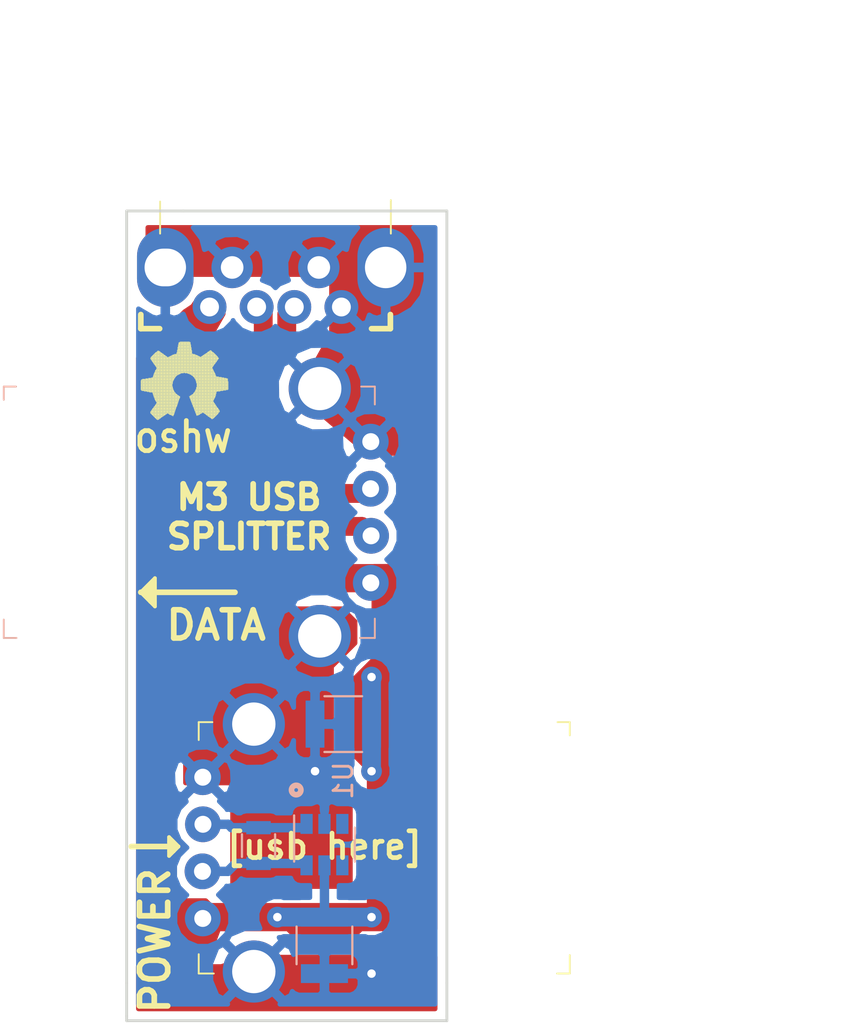
<source format=kicad_pcb>
(kicad_pcb (version 20171130) (host pcbnew "(5.0.0)")
  (title_block (title "M3 USB Splitter") (date 2018-10-08) (rev 1) (company "Open Hardware") (comment 1 "Splits Model 3 USB port into DATA/POWER") (comment 2 "for use with dashcam feature while preserving the charging port capability"))
  (layers (0 F.Cu signal hide) (31 B.Cu signal) (34 B.Paste user) (35 F.Paste user) (36 B.SilkS user) (37 F.SilkS user) (38 B.Mask user) (39 F.Mask user) (44 Edge.Cuts user))
  (net 0 "")
  (net 1 GND)
  (net 2 VBUS)
  (net 3 "Net-(J1-Pad3)")
  (net 4 "Net-(J1-Pad2)")
  (net 5 "Net-(J3-Pad3)")
  (net 6 "Net-(J3-Pad2)")
  (net 7 "Net-(U1-Pad4)")
  (net 8 "Net-(U1-Pad3)")
  (module OPENHARDWARE:OSHWLOGO0.3IN_noText (layer F.Cu) (at 102 105.5)
    (fp_text reference G*** hide)
    (fp_text value LOGO hide)
  )
  (module digikey-footprints:USB_A_Female_UE27AC54100 (layer F.Cu) (at 109.5 133.32 90)
    (fp_text reference J3 hide)
    (fp_text value UE27AC54100)
    (pad 4 thru_hole circle (at 3.75 -2.71 90) (size 1.9 1.9) (drill 0.9) (layers *.Cu *.Mask) (net 1 GND))
    (pad 3 thru_hole circle (at 1.25 -2.7 90) (size 1.9 1.9) (drill 0.9) (layers *.Cu *.Mask) (net 5 "Net-(J3-Pad3)"))
    (pad 2 thru_hole circle (at -1.25 -2.725 90) (size 1.9 1.9) (drill 0.9) (layers *.Cu *.Mask) (net 6 "Net-(J3-Pad2)"))
    (pad 1 thru_hole circle (at -3.75 -2.71 90) (size 1.9 1.9) (drill 0.9) (layers *.Cu *.Mask) (net 2 VBUS))
    (pad 5 thru_hole circle (at 6.57 0 90) (size 3.3 3.3) (drill 2.3) (layers *.Cu *.Mask) (net 1 GND))
    (pad 5 thru_hole circle (at -6.57 0 90) (size 3.3 3.3) (drill 2.3) (layers *.Cu *.Mask) (net 1 GND))
  )
  (module digikey-footprints:USB_Male_A_UP2-AH-1-TH (layer F.Cu) (at 110.65 102.5 180)
    (fp_text reference J1 hide)
    (fp_text value UP2-AH-1-TH)
    (pad 5 thru_hole oval (at -5.85 0 180) (size 3 4.2) (drill 2.2) (layers *.Cu *.Mask) (net 1 GND))
    (pad 5 thru_hole oval (at 5.85 0 180) (size 3 4.2) (drill oval 2.2 2) (layers *.Cu *.Mask) (net 1 GND))
    (pad 5 thru_hole circle (at -2.3 0 180) (size 2.2 2.2) (drill 1.2) (layers *.Cu *.Mask) (net 1 GND))
    (pad 5 thru_hole circle (at 2.3 0 180) (size 2.2 2.2) (drill 1.2) (layers *.Cu *.Mask) (net 1 GND))
    (pad 4 thru_hole circle (at -3.5 -2.1 180) (size 1.8 1.8) (drill 1) (layers *.Cu *.Mask) (net 1 GND))
    (pad 3 thru_hole circle (at -1 -2.1 180) (size 1.8 1.8) (drill 1) (layers *.Cu *.Mask) (net 3 "Net-(J1-Pad3)"))
    (pad 2 thru_hole circle (at 1 -2.1 180) (size 1.8 1.8) (drill 1) (layers *.Cu *.Mask) (net 4 "Net-(J1-Pad2)"))
    (pad 1 thru_hole circle (at 3.5 -2.1 180) (size 1.8 1.8) (drill 1) (layers *.Cu *.Mask) (net 2 VBUS))
  )
  (module digikey-footprints:USB_A_Female_UE27AC54100 (layer B.Cu) (at 113 115.5 90)
    (fp_text reference J2 hide)
    (fp_text value UE27AC54100)
    (pad 5 thru_hole circle (at -6.57 0 90) (size 3.3 3.3) (drill 2.3) (layers *.Cu *.Mask) (net 1 GND))
    (pad 5 thru_hole circle (at 6.57 0 90) (size 3.3 3.3) (drill 2.3) (layers *.Cu *.Mask) (net 1 GND))
    (pad 1 thru_hole circle (at -3.75 2.71 90) (size 1.9 1.9) (drill 0.9) (layers *.Cu *.Mask) (net 2 VBUS))
    (pad 2 thru_hole circle (at -1.25 2.725 90) (size 1.9 1.9) (drill 0.9) (layers *.Cu *.Mask) (net 4 "Net-(J1-Pad2)"))
    (pad 3 thru_hole circle (at 1.25 2.7 90) (size 1.9 1.9) (drill 0.9) (layers *.Cu *.Mask) (net 3 "Net-(J1-Pad3)"))
    (pad 4 thru_hole circle (at 3.75 2.71 90) (size 1.9 1.9) (drill 0.9) (layers *.Cu *.Mask) (net 1 GND))
  )
  (module Resistors_SMD:R_0805 (layer B.Cu) (at 109.75 133.2 270)
    (fp_text reference R1 hide)
    (fp_text value 0R)
    (pad 2 smd rect (at 0.95 0 270) (size 0.7 1.3) (layers B.Cu B.Paste B.Mask) (net 6 "Net-(J3-Pad2)"))
    (pad 1 smd rect (at -0.95 0 270) (size 0.7 1.3) (layers B.Cu B.Paste B.Mask) (net 5 "Net-(J3-Pad3)"))
  )
  (module TO_SOT_Packages_SMD:SOT-23-6 (layer B.Cu) (at 113.25 133.15 270)
    (fp_text reference U1 (at -3.4 -1 270) (layer B.SilkS) (effects (justify mirror)))
    (fp_text value TPS2514A)
    (pad 5 smd rect (at 1.1 0 270) (size 1.06 0.65) (layers B.Cu B.Paste B.Mask) (net 2 VBUS))
    (pad 6 smd rect (at 1.1 0.95 270) (size 1.06 0.65) (layers B.Cu B.Paste B.Mask) (net 6 "Net-(J3-Pad2)"))
    (pad 4 smd rect (at 1.1 -0.95 270) (size 1.06 0.65) (layers B.Cu B.Paste B.Mask) (net 7 "Net-(U1-Pad4)"))
    (pad 3 smd rect (at -1.1 -0.95 270) (size 1.06 0.65) (layers B.Cu B.Paste B.Mask) (net 8 "Net-(U1-Pad3)"))
    (pad 2 smd rect (at -1.1 0 270) (size 1.06 0.65) (layers B.Cu B.Paste B.Mask) (net 1 GND))
    (pad 1 smd rect (at -1.1 0.95 270) (size 1.06 0.65) (layers B.Cu B.Paste B.Mask) (net 5 "Net-(J3-Pad3)"))
  )
  (module Capacitors_SMD:C_1210 (layer B.Cu) (at 114.25 126.75 180)
    (fp_text reference C2 hide)
    (fp_text value 10uF)
    (pad 2 smd rect (at 1.5 0 180) (size 1 2.5) (layers B.Cu B.Paste B.Mask) (net 1 GND))
    (pad 1 smd rect (at -1.5 0 180) (size 1 2.5) (layers B.Cu B.Paste B.Mask) (net 2 VBUS))
  )
  (module Capacitors_SMD:C_1210 (layer B.Cu) (at 113.25 138.5 270)
    (fp_text reference C1 hide)
    (fp_text value 10uF)
    (pad 2 smd rect (at 1.5 0 270) (size 1 2.5) (layers B.Cu B.Paste B.Mask) (net 1 GND))
    (pad 1 smd rect (at -1.5 0 270) (size 1 2.5) (layers B.Cu B.Paste B.Mask) (net 2 VBUS))
  )
  (gr_text "[usb here]" (at 113.25 133.25) (layer F.SilkS) (effects (font (size 1.3 1.3) (thickness 0.25))))
  (gr_line (start 103.5 105.75) (end 103.5 105) (layer F.SilkS) (width 0.3))
  (gr_line (start 104.5 105.75) (end 103.5 105.75) (layer F.SilkS) (width 0.3))
  (gr_line (start 116.75 105.75) (end 116.75 105) (layer F.SilkS) (width 0.3))
  (gr_line (start 115.75 105.75) (end 116.75 105.75) (layer F.SilkS) (width 0.3))
  (gr_line (start 105.25 133.25) (end 103 133.25) (layer F.SilkS) (width 0.3))
  (gr_line (start 105.25 133.5) (end 105 133.5) (layer F.SilkS) (width 0.2))
  (gr_line (start 105 133) (end 105.25 133.5) (layer F.SilkS) (width 0.2))
  (gr_line (start 105.5 133.25) (end 105 133) (layer F.SilkS) (width 0.2))
  (gr_line (start 105 133.75) (end 105.5 133.25) (layer F.SilkS) (width 0.2))
  (gr_line (start 105 132.75) (end 105 133.75) (layer F.SilkS) (width 0.2))
  (gr_line (start 105.5 133.25) (end 105 132.75) (layer F.SilkS) (width 0.2))
  (gr_line (start 105.25 133.25) (end 105.5 133.25) (layer F.SilkS) (width 0.2))
  (gr_circle (center 111.75 130.25) (end 112 130.25) (layer B.SilkS) (width 0.3))
  (gr_line (start 104.25 120.25) (end 104.25 120.5) (layer F.SilkS) (width 0.2))
  (gr_line (start 104 120) (end 104.25 120.25) (layer F.SilkS) (width 0.2))
  (gr_line (start 104 119.75) (end 104 120) (layer F.SilkS) (width 0.2))
  (gr_line (start 104.25 119.5) (end 104 119.75) (layer F.SilkS) (width 0.2))
  (gr_line (start 104 120.25) (end 104.25 119.5) (layer F.SilkS) (width 0.2))
  (gr_line (start 103.75 119.75) (end 104 120.25) (layer F.SilkS) (width 0.2))
  (gr_line (start 104.25 119.25) (end 103.75 119.75) (layer F.SilkS) (width 0.2))
  (gr_line (start 103.5 119.75) (end 104.25 119.25) (layer F.SilkS) (width 0.2))
  (gr_line (start 104.25 120.5) (end 103.5 119.75) (layer F.SilkS) (width 0.2))
  (gr_line (start 104.25 119) (end 104.25 120.5) (layer F.SilkS) (width 0.2))
  (gr_line (start 103.5 119.75) (end 104.25 119) (layer F.SilkS) (width 0.2))
  (gr_line (start 108.5 119.75) (end 103.5 119.75) (layer F.SilkS) (width 0.3))
  (gr_text oshw (at 105.75 111.5) (layer F.SilkS) (effects (font (size 1.6 1.4) (thickness 0.25))))
  (gr_line (start 102.75 142.5) (end 102.75 142.25) (layer Edge.Cuts) (width 0.15))
  (gr_line (start 119.75 142.5) (end 119.75 142.25) (layer Edge.Cuts) (width 0.15))
  (gr_line (start 119.75 99.5) (end 105.75 99.5) (layer Edge.Cuts) (width 0.15))
  (gr_line (start 119.75 142.25) (end 119.75 140.5) (layer Edge.Cuts) (width 0.15))
  (gr_line (start 102.75 142.5) (end 119.75 142.5) (layer Edge.Cuts) (width 0.15))
  (gr_line (start 102.75 140.5) (end 102.75 142.25) (layer Edge.Cuts) (width 0.15))
  (gr_text "M3 USB\nSPLITTER" (at 109.25 115.75) (layer F.SilkS) (effects (font (size 1.3 1.3) (thickness 0.3))))
  (gr_text POWER (at 104.25 138.25 90) (layer F.SilkS) (effects (font (size 1.5 1.5) (thickness 0.3))))
  (gr_text DATA (at 107.5 121.5) (layer F.SilkS) (effects (font (size 1.5 1.5) (thickness 0.3))))
  (gr_line (start 119.75 140.5) (end 119.75 99.5) (angle 90) (layer Edge.Cuts) (width 0.15))
  (gr_line (start 102.75 99.5) (end 102.75 140.5) (angle 90) (layer Edge.Cuts) (width 0.15))
  (gr_line (start 105.75 99.5) (end 102.75 99.5) (angle 90) (layer Edge.Cuts) (width 0.15))
  (via (at 112.75 129.25) (size 1.1) (drill 0.45) (layers F.Cu B.Cu) (net 1))
  (segment (start 112.75 126.75) (end 112.75 129.25) (width 0.5) (layer B.Cu) (net 1))
  (via (at 115.75 140) (size 1.1) (drill 0.45) (layers F.Cu B.Cu) (net 1))
  (segment (start 113.25 140) (end 115.5 140) (width 0.5) (layer B.Cu) (net 1))
  (segment (start 115.5 140) (end 115.75 140) (width 0.5) (layer B.Cu) (net 1))
  (segment (start 115.75 126.75) (end 115.75 124.25) (width 1) (layer B.Cu) (net 2))
  (via (at 115.75 124.25) (size 1.1) (drill 0.45) (layers F.Cu B.Cu) (net 2))
  (segment (start 113.25 134.25) (end 113.25 137) (width 0.5) (layer B.Cu) (net 2))
  (segment (start 115.75 126.75) (end 115.75 129.25) (width 1) (layer B.Cu) (net 2))
  (via (at 115.75 129.25) (size 1.1) (drill 0.45) (layers F.Cu B.Cu) (net 2))
  (segment (start 113.25 137) (end 115.75 137) (width 1) (layer B.Cu) (net 2))
  (via (at 115.75 137) (size 1.1) (drill 0.45) (layers F.Cu B.Cu) (net 2))
  (via (at 110.75 137) (size 1.1) (drill 0.45) (layers F.Cu B.Cu) (net 2))
  (segment (start 113.25 137) (end 110.75 137) (width 1) (layer B.Cu) (net 2))
  (segment (start 115.45 114.5) (end 115.7 114.25) (width 1) (layer F.Cu) (net 3))
  (segment (start 113.5 114.5) (end 115.45 114.5) (width 1) (layer F.Cu) (net 3))
  (segment (start 113 114) (end 113.5 114.5) (width 1) (layer F.Cu) (net 3))
  (segment (start 113 112.25) (end 113 114) (width 1) (layer F.Cu) (net 3))
  (segment (start 112.25 111.5) (end 113 112.25) (width 1) (layer F.Cu) (net 3))
  (segment (start 111.65 104.6) (end 111.25 105) (width 1) (layer F.Cu) (net 3))
  (segment (start 111.25 106.75) (end 110.25 107.75) (width 1) (layer F.Cu) (net 3))
  (segment (start 111.25 105) (end 111.25 106.75) (width 1) (layer F.Cu) (net 3))
  (segment (start 110.25 107.75) (end 110.25 111) (width 1) (layer F.Cu) (net 3))
  (segment (start 110.25 111) (end 110.75 111.5) (width 1) (layer F.Cu) (net 3))
  (segment (start 110.75 111.5) (end 112.25 111.5) (width 1) (layer F.Cu) (net 3))
  (segment (start 115.225 116.25) (end 115.725 116.75) (width 1) (layer F.Cu) (net 4))
  (segment (start 110 104.95) (end 110 106.25) (width 1) (layer F.Cu) (net 4))
  (segment (start 110 106.25) (end 109 107.25) (width 1) (layer F.Cu) (net 4))
  (segment (start 109 107.25) (end 109 112) (width 1) (layer F.Cu) (net 4))
  (segment (start 109.65 104.6) (end 110 104.95) (width 1) (layer F.Cu) (net 4))
  (segment (start 109 112) (end 113.25 116.25) (width 1) (layer F.Cu) (net 4))
  (segment (start 113.25 116.25) (end 115.225 116.25) (width 1) (layer F.Cu) (net 4))
  (segment (start 108.143502 132.07) (end 108.323502 132.25) (width 0.5) (layer B.Cu) (net 5))
  (segment (start 106.8 132.07) (end 108.143502 132.07) (width 0.5) (layer B.Cu) (net 5))
  (segment (start 108.323502 132.25) (end 109.75 132.25) (width 0.5) (layer B.Cu) (net 5))
  (segment (start 112.1 132.25) (end 112.3 132.05) (width 0.5) (layer B.Cu) (net 5))
  (segment (start 109.75 132.25) (end 112.1 132.25) (width 0.5) (layer B.Cu) (net 5))
  (segment (start 108.6 134.15) (end 109.75 134.15) (width 0.5) (layer B.Cu) (net 6))
  (segment (start 108.538502 134.15) (end 108.6 134.15) (width 0.5) (layer B.Cu) (net 6))
  (segment (start 108.118502 134.57) (end 108.538502 134.15) (width 0.5) (layer B.Cu) (net 6))
  (segment (start 106.775 134.57) (end 108.118502 134.57) (width 0.5) (layer B.Cu) (net 6))
  (segment (start 112.2 134.15) (end 112.3 134.25) (width 0.5) (layer B.Cu) (net 6))
  (segment (start 109.75 134.15) (end 112.2 134.15) (width 0.5) (layer B.Cu) (net 6))
  (zone (net 2) (net_name VBUS) (layer F.Cu) (connect_pads yes (clearance 0.4)) (min_thickness 0.254) (fill yes (arc_segments 16) (thermal_gap 0.508) (thermal_bridge_width 0.508))
    (polygon (pts (xy 108 105) (xy 107 106.75) (xy 107 112.75) (xy 112.5 118.25) (xy 117 118.25) (xy 117 119.75) (xy 105 119.75) (xy 105 136) (xy 107 136) (xy 108 137) (xy 107.25 139) (xy 103.25 139) (xy 103.25 107.25) (xy 106.25 104.25) (xy 108 104.25)))
  )
  (zone (net 2) (net_name VBUS) (layer F.Cu) (connect_pads yes (clearance 0.4)) (min_thickness 0.254) (fill yes (arc_segments 16) (thermal_gap 0.508) (thermal_bridge_width 0.508))
    (polygon (pts (xy 115.75 120.5) (xy 115.75 123.25) (xy 114.75 124.25) (xy 114.75 128.5) (xy 115.5 129.25) (xy 115.5 135.75) (xy 115.5 136.25) (xy 106.5 136.25) (xy 106.5 138) (xy 107.25 138) (xy 107.5 137.75) (xy 111.25 137.75) (xy 111.75 138.25) (xy 114.75 138.25) (xy 115.25 137.75) (xy 119.25 137.75) (xy 119.25 118.25) (xy 115.75 118.25)))
  )
  (zone (net 1) (net_name GND) (layer B.Cu) (connect_pads (clearance 0.4)) (min_thickness 0.254) (fill yes (arc_segments 16) (thermal_gap 0.508) (thermal_bridge_width 0.508))
    (polygon (pts (xy 103.5 100.25) (xy 119.25 100.25) (xy 119.25 141.75) (xy 103.25 141.75) (xy 103.25 100.25)))
  )
  (zone (net 1) (net_name GND) (layer F.Cu) (connect_pads yes (clearance 0.4)) (min_thickness 0.254) (fill yes (arc_segments 16) (thermal_gap 0.508) (thermal_bridge_width 0.508))
    (polygon (pts (xy 119.25 139) (xy 109.25 139) (xy 107.75 139.5) (xy 103.25 139.5) (xy 103.25 142) (xy 119.25 142)))
  )
  (zone (net 1) (net_name GND) (layer F.Cu) (connect_pads yes (clearance 0.4)) (min_thickness 0.254) (fill yes (arc_segments 16) (thermal_gap 0.508) (thermal_bridge_width 0.508))
    (polygon (pts (xy 108.25 135.5) (xy 114.75 135.5) (xy 114.75 129.5) (xy 113.75 128.5) (xy 113.75 123.75) (xy 115 122.5) (xy 115 121.25) (xy 114.5 120.75) (xy 114.25 120.5) (xy 105.75 120.5) (xy 105.75 130) (xy 108.25 130)))
  )
  (zone (net 1) (net_name GND) (layer F.Cu) (connect_pads yes (clearance 0.4)) (min_thickness 0.254) (fill yes (arc_segments 16) (thermal_gap 0.508) (thermal_bridge_width 0.508))
    (polygon (pts (xy 115.5 112.5) (xy 119 112.5) (xy 119 100.25) (xy 103.75 100.25) (xy 103.75 103) (xy 113.5 103) (xy 113.5 106) (xy 112.25 108.25) (xy 112.25 109.75)))
  )
)
</source>
